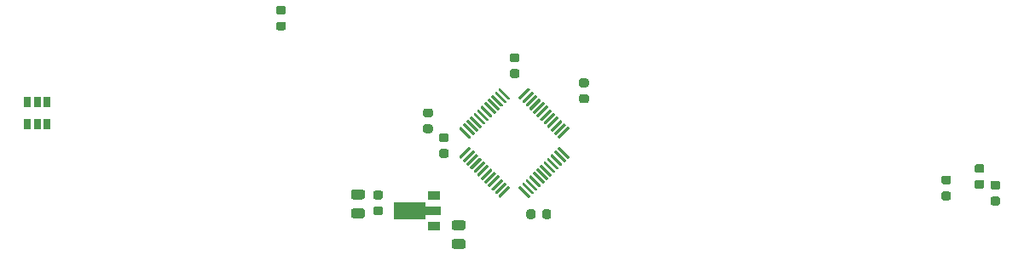
<source format=gbr>
G04 #@! TF.GenerationSoftware,KiCad,Pcbnew,5.1.9+dfsg1-1*
G04 #@! TF.CreationDate,2021-07-22T22:29:17+02:00*
G04 #@! TF.ProjectId,ctrl-m,6374726c-2d6d-42e6-9b69-6361645f7063,1.0*
G04 #@! TF.SameCoordinates,Original*
G04 #@! TF.FileFunction,Paste,Bot*
G04 #@! TF.FilePolarity,Positive*
%FSLAX46Y46*%
G04 Gerber Fmt 4.6, Leading zero omitted, Abs format (unit mm)*
G04 Created by KiCad (PCBNEW 5.1.9+dfsg1-1) date 2021-07-22 22:29:17*
%MOMM*%
%LPD*%
G01*
G04 APERTURE LIST*
%ADD10R,0.650000X1.060000*%
%ADD11R,1.300000X0.900000*%
%ADD12C,0.100000*%
G04 APERTURE END LIST*
G36*
G01*
X108984250Y-81420500D02*
X108471750Y-81420500D01*
G75*
G02*
X108253000Y-81201750I0J218750D01*
G01*
X108253000Y-80764250D01*
G75*
G02*
X108471750Y-80545500I218750J0D01*
G01*
X108984250Y-80545500D01*
G75*
G02*
X109203000Y-80764250I0J-218750D01*
G01*
X109203000Y-81201750D01*
G75*
G02*
X108984250Y-81420500I-218750J0D01*
G01*
G37*
G36*
G01*
X108984250Y-82995500D02*
X108471750Y-82995500D01*
G75*
G02*
X108253000Y-82776750I0J218750D01*
G01*
X108253000Y-82339250D01*
G75*
G02*
X108471750Y-82120500I218750J0D01*
G01*
X108984250Y-82120500D01*
G75*
G02*
X109203000Y-82339250I0J-218750D01*
G01*
X109203000Y-82776750D01*
G75*
G02*
X108984250Y-82995500I-218750J0D01*
G01*
G37*
G36*
G01*
X116826250Y-99819000D02*
X115913750Y-99819000D01*
G75*
G02*
X115670000Y-99575250I0J243750D01*
G01*
X115670000Y-99087750D01*
G75*
G02*
X115913750Y-98844000I243750J0D01*
G01*
X116826250Y-98844000D01*
G75*
G02*
X117070000Y-99087750I0J-243750D01*
G01*
X117070000Y-99575250D01*
G75*
G02*
X116826250Y-99819000I-243750J0D01*
G01*
G37*
G36*
G01*
X116826250Y-101694000D02*
X115913750Y-101694000D01*
G75*
G02*
X115670000Y-101450250I0J243750D01*
G01*
X115670000Y-100962750D01*
G75*
G02*
X115913750Y-100719000I243750J0D01*
G01*
X116826250Y-100719000D01*
G75*
G02*
X117070000Y-100962750I0J-243750D01*
G01*
X117070000Y-101450250D01*
G75*
G02*
X116826250Y-101694000I-243750J0D01*
G01*
G37*
G36*
G01*
X118626250Y-101394000D02*
X118113750Y-101394000D01*
G75*
G02*
X117895000Y-101175250I0J218750D01*
G01*
X117895000Y-100737750D01*
G75*
G02*
X118113750Y-100519000I218750J0D01*
G01*
X118626250Y-100519000D01*
G75*
G02*
X118845000Y-100737750I0J-218750D01*
G01*
X118845000Y-101175250D01*
G75*
G02*
X118626250Y-101394000I-218750J0D01*
G01*
G37*
G36*
G01*
X118626250Y-99819000D02*
X118113750Y-99819000D01*
G75*
G02*
X117895000Y-99600250I0J218750D01*
G01*
X117895000Y-99162750D01*
G75*
G02*
X118113750Y-98944000I218750J0D01*
G01*
X118626250Y-98944000D01*
G75*
G02*
X118845000Y-99162750I0J-218750D01*
G01*
X118845000Y-99600250D01*
G75*
G02*
X118626250Y-99819000I-218750J0D01*
G01*
G37*
G36*
G01*
X125908750Y-101904500D02*
X126821250Y-101904500D01*
G75*
G02*
X127065000Y-102148250I0J-243750D01*
G01*
X127065000Y-102635750D01*
G75*
G02*
X126821250Y-102879500I-243750J0D01*
G01*
X125908750Y-102879500D01*
G75*
G02*
X125665000Y-102635750I0J243750D01*
G01*
X125665000Y-102148250D01*
G75*
G02*
X125908750Y-101904500I243750J0D01*
G01*
G37*
G36*
G01*
X125908750Y-103779500D02*
X126821250Y-103779500D01*
G75*
G02*
X127065000Y-104023250I0J-243750D01*
G01*
X127065000Y-104510750D01*
G75*
G02*
X126821250Y-104754500I-243750J0D01*
G01*
X125908750Y-104754500D01*
G75*
G02*
X125665000Y-104510750I0J243750D01*
G01*
X125665000Y-104023250D01*
G75*
G02*
X125908750Y-103779500I243750J0D01*
G01*
G37*
G36*
G01*
X123063750Y-92349000D02*
X123576250Y-92349000D01*
G75*
G02*
X123795000Y-92567750I0J-218750D01*
G01*
X123795000Y-93005250D01*
G75*
G02*
X123576250Y-93224000I-218750J0D01*
G01*
X123063750Y-93224000D01*
G75*
G02*
X122845000Y-93005250I0J218750D01*
G01*
X122845000Y-92567750D01*
G75*
G02*
X123063750Y-92349000I218750J0D01*
G01*
G37*
G36*
G01*
X123063750Y-90774000D02*
X123576250Y-90774000D01*
G75*
G02*
X123795000Y-90992750I0J-218750D01*
G01*
X123795000Y-91430250D01*
G75*
G02*
X123576250Y-91649000I-218750J0D01*
G01*
X123063750Y-91649000D01*
G75*
G02*
X122845000Y-91430250I0J218750D01*
G01*
X122845000Y-90992750D01*
G75*
G02*
X123063750Y-90774000I218750J0D01*
G01*
G37*
G36*
G01*
X132180250Y-87726500D02*
X131667750Y-87726500D01*
G75*
G02*
X131449000Y-87507750I0J218750D01*
G01*
X131449000Y-87070250D01*
G75*
G02*
X131667750Y-86851500I218750J0D01*
G01*
X132180250Y-86851500D01*
G75*
G02*
X132399000Y-87070250I0J-218750D01*
G01*
X132399000Y-87507750D01*
G75*
G02*
X132180250Y-87726500I-218750J0D01*
G01*
G37*
G36*
G01*
X132180250Y-86151500D02*
X131667750Y-86151500D01*
G75*
G02*
X131449000Y-85932750I0J218750D01*
G01*
X131449000Y-85495250D01*
G75*
G02*
X131667750Y-85276500I218750J0D01*
G01*
X132180250Y-85276500D01*
G75*
G02*
X132399000Y-85495250I0J-218750D01*
G01*
X132399000Y-85932750D01*
G75*
G02*
X132180250Y-86151500I-218750J0D01*
G01*
G37*
G36*
G01*
X134674000Y-101545250D02*
X134674000Y-101032750D01*
G75*
G02*
X134892750Y-100814000I218750J0D01*
G01*
X135330250Y-100814000D01*
G75*
G02*
X135549000Y-101032750I0J-218750D01*
G01*
X135549000Y-101545250D01*
G75*
G02*
X135330250Y-101764000I-218750J0D01*
G01*
X134892750Y-101764000D01*
G75*
G02*
X134674000Y-101545250I0J218750D01*
G01*
G37*
G36*
G01*
X133099000Y-101545250D02*
X133099000Y-101032750D01*
G75*
G02*
X133317750Y-100814000I218750J0D01*
G01*
X133755250Y-100814000D01*
G75*
G02*
X133974000Y-101032750I0J-218750D01*
G01*
X133974000Y-101545250D01*
G75*
G02*
X133755250Y-101764000I-218750J0D01*
G01*
X133317750Y-101764000D01*
G75*
G02*
X133099000Y-101545250I0J218750D01*
G01*
G37*
G36*
G01*
X125156250Y-95687500D02*
X124643750Y-95687500D01*
G75*
G02*
X124425000Y-95468750I0J218750D01*
G01*
X124425000Y-95031250D01*
G75*
G02*
X124643750Y-94812500I218750J0D01*
G01*
X125156250Y-94812500D01*
G75*
G02*
X125375000Y-95031250I0J-218750D01*
G01*
X125375000Y-95468750D01*
G75*
G02*
X125156250Y-95687500I-218750J0D01*
G01*
G37*
G36*
G01*
X125156250Y-94112500D02*
X124643750Y-94112500D01*
G75*
G02*
X124425000Y-93893750I0J218750D01*
G01*
X124425000Y-93456250D01*
G75*
G02*
X124643750Y-93237500I218750J0D01*
G01*
X125156250Y-93237500D01*
G75*
G02*
X125375000Y-93456250I0J-218750D01*
G01*
X125375000Y-93893750D01*
G75*
G02*
X125156250Y-94112500I-218750J0D01*
G01*
G37*
G36*
G01*
X174518250Y-97454000D02*
X175030750Y-97454000D01*
G75*
G02*
X175249500Y-97672750I0J-218750D01*
G01*
X175249500Y-98110250D01*
G75*
G02*
X175030750Y-98329000I-218750J0D01*
G01*
X174518250Y-98329000D01*
G75*
G02*
X174299500Y-98110250I0J218750D01*
G01*
X174299500Y-97672750D01*
G75*
G02*
X174518250Y-97454000I218750J0D01*
G01*
G37*
G36*
G01*
X174518250Y-99029000D02*
X175030750Y-99029000D01*
G75*
G02*
X175249500Y-99247750I0J-218750D01*
G01*
X175249500Y-99685250D01*
G75*
G02*
X175030750Y-99904000I-218750J0D01*
G01*
X174518250Y-99904000D01*
G75*
G02*
X174299500Y-99685250I0J218750D01*
G01*
X174299500Y-99247750D01*
G75*
G02*
X174518250Y-99029000I218750J0D01*
G01*
G37*
G36*
G01*
X177820250Y-97886000D02*
X178332750Y-97886000D01*
G75*
G02*
X178551500Y-98104750I0J-218750D01*
G01*
X178551500Y-98542250D01*
G75*
G02*
X178332750Y-98761000I-218750J0D01*
G01*
X177820250Y-98761000D01*
G75*
G02*
X177601500Y-98542250I0J218750D01*
G01*
X177601500Y-98104750D01*
G75*
G02*
X177820250Y-97886000I218750J0D01*
G01*
G37*
G36*
G01*
X177820250Y-96311000D02*
X178332750Y-96311000D01*
G75*
G02*
X178551500Y-96529750I0J-218750D01*
G01*
X178551500Y-96967250D01*
G75*
G02*
X178332750Y-97186000I-218750J0D01*
G01*
X177820250Y-97186000D01*
G75*
G02*
X177601500Y-96967250I0J218750D01*
G01*
X177601500Y-96529750D01*
G75*
G02*
X177820250Y-96311000I218750J0D01*
G01*
G37*
G36*
G01*
X179407750Y-97962000D02*
X179920250Y-97962000D01*
G75*
G02*
X180139000Y-98180750I0J-218750D01*
G01*
X180139000Y-98618250D01*
G75*
G02*
X179920250Y-98837000I-218750J0D01*
G01*
X179407750Y-98837000D01*
G75*
G02*
X179189000Y-98618250I0J218750D01*
G01*
X179189000Y-98180750D01*
G75*
G02*
X179407750Y-97962000I218750J0D01*
G01*
G37*
G36*
G01*
X179407750Y-99537000D02*
X179920250Y-99537000D01*
G75*
G02*
X180139000Y-99755750I0J-218750D01*
G01*
X180139000Y-100193250D01*
G75*
G02*
X179920250Y-100412000I-218750J0D01*
G01*
X179407750Y-100412000D01*
G75*
G02*
X179189000Y-100193250I0J218750D01*
G01*
X179189000Y-99755750D01*
G75*
G02*
X179407750Y-99537000I218750J0D01*
G01*
G37*
D10*
X85471000Y-92329000D03*
X84521000Y-92329000D03*
X83571000Y-92329000D03*
X83571000Y-90129000D03*
X85471000Y-90129000D03*
X84521000Y-90129000D03*
G36*
G01*
X133371246Y-88726600D02*
X133477312Y-88832666D01*
G75*
G02*
X133477312Y-88938732I-53033J-53033D01*
G01*
X132540396Y-89875648D01*
G75*
G02*
X132434330Y-89875648I-53033J53033D01*
G01*
X132328264Y-89769582D01*
G75*
G02*
X132328264Y-89663516I53033J53033D01*
G01*
X133265180Y-88726600D01*
G75*
G02*
X133371246Y-88726600I53033J-53033D01*
G01*
G37*
G36*
G01*
X133724800Y-89080154D02*
X133830866Y-89186220D01*
G75*
G02*
X133830866Y-89292286I-53033J-53033D01*
G01*
X132893950Y-90229202D01*
G75*
G02*
X132787884Y-90229202I-53033J53033D01*
G01*
X132681818Y-90123136D01*
G75*
G02*
X132681818Y-90017070I53033J53033D01*
G01*
X133618734Y-89080154D01*
G75*
G02*
X133724800Y-89080154I53033J-53033D01*
G01*
G37*
G36*
G01*
X134078353Y-89433707D02*
X134184419Y-89539773D01*
G75*
G02*
X134184419Y-89645839I-53033J-53033D01*
G01*
X133247503Y-90582755D01*
G75*
G02*
X133141437Y-90582755I-53033J53033D01*
G01*
X133035371Y-90476689D01*
G75*
G02*
X133035371Y-90370623I53033J53033D01*
G01*
X133972287Y-89433707D01*
G75*
G02*
X134078353Y-89433707I53033J-53033D01*
G01*
G37*
G36*
G01*
X134431907Y-89787261D02*
X134537973Y-89893327D01*
G75*
G02*
X134537973Y-89999393I-53033J-53033D01*
G01*
X133601057Y-90936309D01*
G75*
G02*
X133494991Y-90936309I-53033J53033D01*
G01*
X133388925Y-90830243D01*
G75*
G02*
X133388925Y-90724177I53033J53033D01*
G01*
X134325841Y-89787261D01*
G75*
G02*
X134431907Y-89787261I53033J-53033D01*
G01*
G37*
G36*
G01*
X134785460Y-90140814D02*
X134891526Y-90246880D01*
G75*
G02*
X134891526Y-90352946I-53033J-53033D01*
G01*
X133954610Y-91289862D01*
G75*
G02*
X133848544Y-91289862I-53033J53033D01*
G01*
X133742478Y-91183796D01*
G75*
G02*
X133742478Y-91077730I53033J53033D01*
G01*
X134679394Y-90140814D01*
G75*
G02*
X134785460Y-90140814I53033J-53033D01*
G01*
G37*
G36*
G01*
X135139013Y-90494367D02*
X135245079Y-90600433D01*
G75*
G02*
X135245079Y-90706499I-53033J-53033D01*
G01*
X134308163Y-91643415D01*
G75*
G02*
X134202097Y-91643415I-53033J53033D01*
G01*
X134096031Y-91537349D01*
G75*
G02*
X134096031Y-91431283I53033J53033D01*
G01*
X135032947Y-90494367D01*
G75*
G02*
X135139013Y-90494367I53033J-53033D01*
G01*
G37*
G36*
G01*
X135492567Y-90847921D02*
X135598633Y-90953987D01*
G75*
G02*
X135598633Y-91060053I-53033J-53033D01*
G01*
X134661717Y-91996969D01*
G75*
G02*
X134555651Y-91996969I-53033J53033D01*
G01*
X134449585Y-91890903D01*
G75*
G02*
X134449585Y-91784837I53033J53033D01*
G01*
X135386501Y-90847921D01*
G75*
G02*
X135492567Y-90847921I53033J-53033D01*
G01*
G37*
G36*
G01*
X135846120Y-91201474D02*
X135952186Y-91307540D01*
G75*
G02*
X135952186Y-91413606I-53033J-53033D01*
G01*
X135015270Y-92350522D01*
G75*
G02*
X134909204Y-92350522I-53033J53033D01*
G01*
X134803138Y-92244456D01*
G75*
G02*
X134803138Y-92138390I53033J53033D01*
G01*
X135740054Y-91201474D01*
G75*
G02*
X135846120Y-91201474I53033J-53033D01*
G01*
G37*
G36*
G01*
X136199673Y-91555027D02*
X136305739Y-91661093D01*
G75*
G02*
X136305739Y-91767159I-53033J-53033D01*
G01*
X135368823Y-92704075D01*
G75*
G02*
X135262757Y-92704075I-53033J53033D01*
G01*
X135156691Y-92598009D01*
G75*
G02*
X135156691Y-92491943I53033J53033D01*
G01*
X136093607Y-91555027D01*
G75*
G02*
X136199673Y-91555027I53033J-53033D01*
G01*
G37*
G36*
G01*
X136553227Y-91908581D02*
X136659293Y-92014647D01*
G75*
G02*
X136659293Y-92120713I-53033J-53033D01*
G01*
X135722377Y-93057629D01*
G75*
G02*
X135616311Y-93057629I-53033J53033D01*
G01*
X135510245Y-92951563D01*
G75*
G02*
X135510245Y-92845497I53033J53033D01*
G01*
X136447161Y-91908581D01*
G75*
G02*
X136553227Y-91908581I53033J-53033D01*
G01*
G37*
G36*
G01*
X136906780Y-92262134D02*
X137012846Y-92368200D01*
G75*
G02*
X137012846Y-92474266I-53033J-53033D01*
G01*
X136075930Y-93411182D01*
G75*
G02*
X135969864Y-93411182I-53033J53033D01*
G01*
X135863798Y-93305116D01*
G75*
G02*
X135863798Y-93199050I53033J53033D01*
G01*
X136800714Y-92262134D01*
G75*
G02*
X136906780Y-92262134I53033J-53033D01*
G01*
G37*
G36*
G01*
X137260334Y-92615688D02*
X137366400Y-92721754D01*
G75*
G02*
X137366400Y-92827820I-53033J-53033D01*
G01*
X136429484Y-93764736D01*
G75*
G02*
X136323418Y-93764736I-53033J53033D01*
G01*
X136217352Y-93658670D01*
G75*
G02*
X136217352Y-93552604I53033J53033D01*
G01*
X137154268Y-92615688D01*
G75*
G02*
X137260334Y-92615688I53033J-53033D01*
G01*
G37*
G36*
G01*
X136429484Y-94613264D02*
X137366400Y-95550180D01*
G75*
G02*
X137366400Y-95656246I-53033J-53033D01*
G01*
X137260334Y-95762312D01*
G75*
G02*
X137154268Y-95762312I-53033J53033D01*
G01*
X136217352Y-94825396D01*
G75*
G02*
X136217352Y-94719330I53033J53033D01*
G01*
X136323418Y-94613264D01*
G75*
G02*
X136429484Y-94613264I53033J-53033D01*
G01*
G37*
G36*
G01*
X136075930Y-94966818D02*
X137012846Y-95903734D01*
G75*
G02*
X137012846Y-96009800I-53033J-53033D01*
G01*
X136906780Y-96115866D01*
G75*
G02*
X136800714Y-96115866I-53033J53033D01*
G01*
X135863798Y-95178950D01*
G75*
G02*
X135863798Y-95072884I53033J53033D01*
G01*
X135969864Y-94966818D01*
G75*
G02*
X136075930Y-94966818I53033J-53033D01*
G01*
G37*
G36*
G01*
X135722377Y-95320371D02*
X136659293Y-96257287D01*
G75*
G02*
X136659293Y-96363353I-53033J-53033D01*
G01*
X136553227Y-96469419D01*
G75*
G02*
X136447161Y-96469419I-53033J53033D01*
G01*
X135510245Y-95532503D01*
G75*
G02*
X135510245Y-95426437I53033J53033D01*
G01*
X135616311Y-95320371D01*
G75*
G02*
X135722377Y-95320371I53033J-53033D01*
G01*
G37*
G36*
G01*
X135368823Y-95673925D02*
X136305739Y-96610841D01*
G75*
G02*
X136305739Y-96716907I-53033J-53033D01*
G01*
X136199673Y-96822973D01*
G75*
G02*
X136093607Y-96822973I-53033J53033D01*
G01*
X135156691Y-95886057D01*
G75*
G02*
X135156691Y-95779991I53033J53033D01*
G01*
X135262757Y-95673925D01*
G75*
G02*
X135368823Y-95673925I53033J-53033D01*
G01*
G37*
G36*
G01*
X135015270Y-96027478D02*
X135952186Y-96964394D01*
G75*
G02*
X135952186Y-97070460I-53033J-53033D01*
G01*
X135846120Y-97176526D01*
G75*
G02*
X135740054Y-97176526I-53033J53033D01*
G01*
X134803138Y-96239610D01*
G75*
G02*
X134803138Y-96133544I53033J53033D01*
G01*
X134909204Y-96027478D01*
G75*
G02*
X135015270Y-96027478I53033J-53033D01*
G01*
G37*
G36*
G01*
X134661717Y-96381031D02*
X135598633Y-97317947D01*
G75*
G02*
X135598633Y-97424013I-53033J-53033D01*
G01*
X135492567Y-97530079D01*
G75*
G02*
X135386501Y-97530079I-53033J53033D01*
G01*
X134449585Y-96593163D01*
G75*
G02*
X134449585Y-96487097I53033J53033D01*
G01*
X134555651Y-96381031D01*
G75*
G02*
X134661717Y-96381031I53033J-53033D01*
G01*
G37*
G36*
G01*
X134308163Y-96734585D02*
X135245079Y-97671501D01*
G75*
G02*
X135245079Y-97777567I-53033J-53033D01*
G01*
X135139013Y-97883633D01*
G75*
G02*
X135032947Y-97883633I-53033J53033D01*
G01*
X134096031Y-96946717D01*
G75*
G02*
X134096031Y-96840651I53033J53033D01*
G01*
X134202097Y-96734585D01*
G75*
G02*
X134308163Y-96734585I53033J-53033D01*
G01*
G37*
G36*
G01*
X133954610Y-97088138D02*
X134891526Y-98025054D01*
G75*
G02*
X134891526Y-98131120I-53033J-53033D01*
G01*
X134785460Y-98237186D01*
G75*
G02*
X134679394Y-98237186I-53033J53033D01*
G01*
X133742478Y-97300270D01*
G75*
G02*
X133742478Y-97194204I53033J53033D01*
G01*
X133848544Y-97088138D01*
G75*
G02*
X133954610Y-97088138I53033J-53033D01*
G01*
G37*
G36*
G01*
X133601057Y-97441691D02*
X134537973Y-98378607D01*
G75*
G02*
X134537973Y-98484673I-53033J-53033D01*
G01*
X134431907Y-98590739D01*
G75*
G02*
X134325841Y-98590739I-53033J53033D01*
G01*
X133388925Y-97653823D01*
G75*
G02*
X133388925Y-97547757I53033J53033D01*
G01*
X133494991Y-97441691D01*
G75*
G02*
X133601057Y-97441691I53033J-53033D01*
G01*
G37*
G36*
G01*
X133247503Y-97795245D02*
X134184419Y-98732161D01*
G75*
G02*
X134184419Y-98838227I-53033J-53033D01*
G01*
X134078353Y-98944293D01*
G75*
G02*
X133972287Y-98944293I-53033J53033D01*
G01*
X133035371Y-98007377D01*
G75*
G02*
X133035371Y-97901311I53033J53033D01*
G01*
X133141437Y-97795245D01*
G75*
G02*
X133247503Y-97795245I53033J-53033D01*
G01*
G37*
G36*
G01*
X132893950Y-98148798D02*
X133830866Y-99085714D01*
G75*
G02*
X133830866Y-99191780I-53033J-53033D01*
G01*
X133724800Y-99297846D01*
G75*
G02*
X133618734Y-99297846I-53033J53033D01*
G01*
X132681818Y-98360930D01*
G75*
G02*
X132681818Y-98254864I53033J53033D01*
G01*
X132787884Y-98148798D01*
G75*
G02*
X132893950Y-98148798I53033J-53033D01*
G01*
G37*
G36*
G01*
X132540396Y-98502352D02*
X133477312Y-99439268D01*
G75*
G02*
X133477312Y-99545334I-53033J-53033D01*
G01*
X133371246Y-99651400D01*
G75*
G02*
X133265180Y-99651400I-53033J53033D01*
G01*
X132328264Y-98714484D01*
G75*
G02*
X132328264Y-98608418I53033J53033D01*
G01*
X132434330Y-98502352D01*
G75*
G02*
X132540396Y-98502352I53033J-53033D01*
G01*
G37*
G36*
G01*
X131373670Y-98502352D02*
X131479736Y-98608418D01*
G75*
G02*
X131479736Y-98714484I-53033J-53033D01*
G01*
X130542820Y-99651400D01*
G75*
G02*
X130436754Y-99651400I-53033J53033D01*
G01*
X130330688Y-99545334D01*
G75*
G02*
X130330688Y-99439268I53033J53033D01*
G01*
X131267604Y-98502352D01*
G75*
G02*
X131373670Y-98502352I53033J-53033D01*
G01*
G37*
G36*
G01*
X131020116Y-98148798D02*
X131126182Y-98254864D01*
G75*
G02*
X131126182Y-98360930I-53033J-53033D01*
G01*
X130189266Y-99297846D01*
G75*
G02*
X130083200Y-99297846I-53033J53033D01*
G01*
X129977134Y-99191780D01*
G75*
G02*
X129977134Y-99085714I53033J53033D01*
G01*
X130914050Y-98148798D01*
G75*
G02*
X131020116Y-98148798I53033J-53033D01*
G01*
G37*
G36*
G01*
X130666563Y-97795245D02*
X130772629Y-97901311D01*
G75*
G02*
X130772629Y-98007377I-53033J-53033D01*
G01*
X129835713Y-98944293D01*
G75*
G02*
X129729647Y-98944293I-53033J53033D01*
G01*
X129623581Y-98838227D01*
G75*
G02*
X129623581Y-98732161I53033J53033D01*
G01*
X130560497Y-97795245D01*
G75*
G02*
X130666563Y-97795245I53033J-53033D01*
G01*
G37*
G36*
G01*
X130313009Y-97441691D02*
X130419075Y-97547757D01*
G75*
G02*
X130419075Y-97653823I-53033J-53033D01*
G01*
X129482159Y-98590739D01*
G75*
G02*
X129376093Y-98590739I-53033J53033D01*
G01*
X129270027Y-98484673D01*
G75*
G02*
X129270027Y-98378607I53033J53033D01*
G01*
X130206943Y-97441691D01*
G75*
G02*
X130313009Y-97441691I53033J-53033D01*
G01*
G37*
G36*
G01*
X129959456Y-97088138D02*
X130065522Y-97194204D01*
G75*
G02*
X130065522Y-97300270I-53033J-53033D01*
G01*
X129128606Y-98237186D01*
G75*
G02*
X129022540Y-98237186I-53033J53033D01*
G01*
X128916474Y-98131120D01*
G75*
G02*
X128916474Y-98025054I53033J53033D01*
G01*
X129853390Y-97088138D01*
G75*
G02*
X129959456Y-97088138I53033J-53033D01*
G01*
G37*
G36*
G01*
X129605903Y-96734585D02*
X129711969Y-96840651D01*
G75*
G02*
X129711969Y-96946717I-53033J-53033D01*
G01*
X128775053Y-97883633D01*
G75*
G02*
X128668987Y-97883633I-53033J53033D01*
G01*
X128562921Y-97777567D01*
G75*
G02*
X128562921Y-97671501I53033J53033D01*
G01*
X129499837Y-96734585D01*
G75*
G02*
X129605903Y-96734585I53033J-53033D01*
G01*
G37*
G36*
G01*
X129252349Y-96381031D02*
X129358415Y-96487097D01*
G75*
G02*
X129358415Y-96593163I-53033J-53033D01*
G01*
X128421499Y-97530079D01*
G75*
G02*
X128315433Y-97530079I-53033J53033D01*
G01*
X128209367Y-97424013D01*
G75*
G02*
X128209367Y-97317947I53033J53033D01*
G01*
X129146283Y-96381031D01*
G75*
G02*
X129252349Y-96381031I53033J-53033D01*
G01*
G37*
G36*
G01*
X128898796Y-96027478D02*
X129004862Y-96133544D01*
G75*
G02*
X129004862Y-96239610I-53033J-53033D01*
G01*
X128067946Y-97176526D01*
G75*
G02*
X127961880Y-97176526I-53033J53033D01*
G01*
X127855814Y-97070460D01*
G75*
G02*
X127855814Y-96964394I53033J53033D01*
G01*
X128792730Y-96027478D01*
G75*
G02*
X128898796Y-96027478I53033J-53033D01*
G01*
G37*
G36*
G01*
X128545243Y-95673925D02*
X128651309Y-95779991D01*
G75*
G02*
X128651309Y-95886057I-53033J-53033D01*
G01*
X127714393Y-96822973D01*
G75*
G02*
X127608327Y-96822973I-53033J53033D01*
G01*
X127502261Y-96716907D01*
G75*
G02*
X127502261Y-96610841I53033J53033D01*
G01*
X128439177Y-95673925D01*
G75*
G02*
X128545243Y-95673925I53033J-53033D01*
G01*
G37*
G36*
G01*
X128191689Y-95320371D02*
X128297755Y-95426437D01*
G75*
G02*
X128297755Y-95532503I-53033J-53033D01*
G01*
X127360839Y-96469419D01*
G75*
G02*
X127254773Y-96469419I-53033J53033D01*
G01*
X127148707Y-96363353D01*
G75*
G02*
X127148707Y-96257287I53033J53033D01*
G01*
X128085623Y-95320371D01*
G75*
G02*
X128191689Y-95320371I53033J-53033D01*
G01*
G37*
G36*
G01*
X127838136Y-94966818D02*
X127944202Y-95072884D01*
G75*
G02*
X127944202Y-95178950I-53033J-53033D01*
G01*
X127007286Y-96115866D01*
G75*
G02*
X126901220Y-96115866I-53033J53033D01*
G01*
X126795154Y-96009800D01*
G75*
G02*
X126795154Y-95903734I53033J53033D01*
G01*
X127732070Y-94966818D01*
G75*
G02*
X127838136Y-94966818I53033J-53033D01*
G01*
G37*
G36*
G01*
X127484582Y-94613264D02*
X127590648Y-94719330D01*
G75*
G02*
X127590648Y-94825396I-53033J-53033D01*
G01*
X126653732Y-95762312D01*
G75*
G02*
X126547666Y-95762312I-53033J53033D01*
G01*
X126441600Y-95656246D01*
G75*
G02*
X126441600Y-95550180I53033J53033D01*
G01*
X127378516Y-94613264D01*
G75*
G02*
X127484582Y-94613264I53033J-53033D01*
G01*
G37*
G36*
G01*
X126653732Y-92615688D02*
X127590648Y-93552604D01*
G75*
G02*
X127590648Y-93658670I-53033J-53033D01*
G01*
X127484582Y-93764736D01*
G75*
G02*
X127378516Y-93764736I-53033J53033D01*
G01*
X126441600Y-92827820D01*
G75*
G02*
X126441600Y-92721754I53033J53033D01*
G01*
X126547666Y-92615688D01*
G75*
G02*
X126653732Y-92615688I53033J-53033D01*
G01*
G37*
G36*
G01*
X127007286Y-92262134D02*
X127944202Y-93199050D01*
G75*
G02*
X127944202Y-93305116I-53033J-53033D01*
G01*
X127838136Y-93411182D01*
G75*
G02*
X127732070Y-93411182I-53033J53033D01*
G01*
X126795154Y-92474266D01*
G75*
G02*
X126795154Y-92368200I53033J53033D01*
G01*
X126901220Y-92262134D01*
G75*
G02*
X127007286Y-92262134I53033J-53033D01*
G01*
G37*
G36*
G01*
X127360839Y-91908581D02*
X128297755Y-92845497D01*
G75*
G02*
X128297755Y-92951563I-53033J-53033D01*
G01*
X128191689Y-93057629D01*
G75*
G02*
X128085623Y-93057629I-53033J53033D01*
G01*
X127148707Y-92120713D01*
G75*
G02*
X127148707Y-92014647I53033J53033D01*
G01*
X127254773Y-91908581D01*
G75*
G02*
X127360839Y-91908581I53033J-53033D01*
G01*
G37*
G36*
G01*
X127714393Y-91555027D02*
X128651309Y-92491943D01*
G75*
G02*
X128651309Y-92598009I-53033J-53033D01*
G01*
X128545243Y-92704075D01*
G75*
G02*
X128439177Y-92704075I-53033J53033D01*
G01*
X127502261Y-91767159D01*
G75*
G02*
X127502261Y-91661093I53033J53033D01*
G01*
X127608327Y-91555027D01*
G75*
G02*
X127714393Y-91555027I53033J-53033D01*
G01*
G37*
G36*
G01*
X128067946Y-91201474D02*
X129004862Y-92138390D01*
G75*
G02*
X129004862Y-92244456I-53033J-53033D01*
G01*
X128898796Y-92350522D01*
G75*
G02*
X128792730Y-92350522I-53033J53033D01*
G01*
X127855814Y-91413606D01*
G75*
G02*
X127855814Y-91307540I53033J53033D01*
G01*
X127961880Y-91201474D01*
G75*
G02*
X128067946Y-91201474I53033J-53033D01*
G01*
G37*
G36*
G01*
X128421499Y-90847921D02*
X129358415Y-91784837D01*
G75*
G02*
X129358415Y-91890903I-53033J-53033D01*
G01*
X129252349Y-91996969D01*
G75*
G02*
X129146283Y-91996969I-53033J53033D01*
G01*
X128209367Y-91060053D01*
G75*
G02*
X128209367Y-90953987I53033J53033D01*
G01*
X128315433Y-90847921D01*
G75*
G02*
X128421499Y-90847921I53033J-53033D01*
G01*
G37*
G36*
G01*
X128775053Y-90494367D02*
X129711969Y-91431283D01*
G75*
G02*
X129711969Y-91537349I-53033J-53033D01*
G01*
X129605903Y-91643415D01*
G75*
G02*
X129499837Y-91643415I-53033J53033D01*
G01*
X128562921Y-90706499D01*
G75*
G02*
X128562921Y-90600433I53033J53033D01*
G01*
X128668987Y-90494367D01*
G75*
G02*
X128775053Y-90494367I53033J-53033D01*
G01*
G37*
G36*
G01*
X129128606Y-90140814D02*
X130065522Y-91077730D01*
G75*
G02*
X130065522Y-91183796I-53033J-53033D01*
G01*
X129959456Y-91289862D01*
G75*
G02*
X129853390Y-91289862I-53033J53033D01*
G01*
X128916474Y-90352946D01*
G75*
G02*
X128916474Y-90246880I53033J53033D01*
G01*
X129022540Y-90140814D01*
G75*
G02*
X129128606Y-90140814I53033J-53033D01*
G01*
G37*
G36*
G01*
X129482159Y-89787261D02*
X130419075Y-90724177D01*
G75*
G02*
X130419075Y-90830243I-53033J-53033D01*
G01*
X130313009Y-90936309D01*
G75*
G02*
X130206943Y-90936309I-53033J53033D01*
G01*
X129270027Y-89999393D01*
G75*
G02*
X129270027Y-89893327I53033J53033D01*
G01*
X129376093Y-89787261D01*
G75*
G02*
X129482159Y-89787261I53033J-53033D01*
G01*
G37*
G36*
G01*
X129835713Y-89433707D02*
X130772629Y-90370623D01*
G75*
G02*
X130772629Y-90476689I-53033J-53033D01*
G01*
X130666563Y-90582755D01*
G75*
G02*
X130560497Y-90582755I-53033J53033D01*
G01*
X129623581Y-89645839D01*
G75*
G02*
X129623581Y-89539773I53033J53033D01*
G01*
X129729647Y-89433707D01*
G75*
G02*
X129835713Y-89433707I53033J-53033D01*
G01*
G37*
G36*
G01*
X130189266Y-89080154D02*
X131126182Y-90017070D01*
G75*
G02*
X131126182Y-90123136I-53033J-53033D01*
G01*
X131020116Y-90229202D01*
G75*
G02*
X130914050Y-90229202I-53033J53033D01*
G01*
X129977134Y-89292286D01*
G75*
G02*
X129977134Y-89186220I53033J53033D01*
G01*
X130083200Y-89080154D01*
G75*
G02*
X130189266Y-89080154I53033J-53033D01*
G01*
G37*
G36*
G01*
X130542820Y-88726600D02*
X131479736Y-89663516D01*
G75*
G02*
X131479736Y-89769582I-53033J-53033D01*
G01*
X131373670Y-89875648D01*
G75*
G02*
X131267604Y-89875648I-53033J53033D01*
G01*
X130330688Y-88938732D01*
G75*
G02*
X130330688Y-88832666I53033J53033D01*
G01*
X130436754Y-88726600D01*
G75*
G02*
X130542820Y-88726600I53033J-53033D01*
G01*
G37*
G36*
G01*
X139067250Y-90226500D02*
X138554750Y-90226500D01*
G75*
G02*
X138336000Y-90007750I0J218750D01*
G01*
X138336000Y-89570250D01*
G75*
G02*
X138554750Y-89351500I218750J0D01*
G01*
X139067250Y-89351500D01*
G75*
G02*
X139286000Y-89570250I0J-218750D01*
G01*
X139286000Y-90007750D01*
G75*
G02*
X139067250Y-90226500I-218750J0D01*
G01*
G37*
G36*
G01*
X139067250Y-88651500D02*
X138554750Y-88651500D01*
G75*
G02*
X138336000Y-88432750I0J218750D01*
G01*
X138336000Y-87995250D01*
G75*
G02*
X138554750Y-87776500I218750J0D01*
G01*
X139067250Y-87776500D01*
G75*
G02*
X139286000Y-87995250I0J-218750D01*
G01*
X139286000Y-88432750D01*
G75*
G02*
X139067250Y-88651500I-218750J0D01*
G01*
G37*
D11*
X123920000Y-99469000D03*
X123920000Y-102469000D03*
D12*
G36*
X119970000Y-100102500D02*
G01*
X123095000Y-100102500D01*
X123095000Y-100519000D01*
X124570000Y-100519000D01*
X124570000Y-101419000D01*
X123095000Y-101419000D01*
X123095000Y-101835500D01*
X119970000Y-101835500D01*
X119970000Y-100102500D01*
G37*
M02*

</source>
